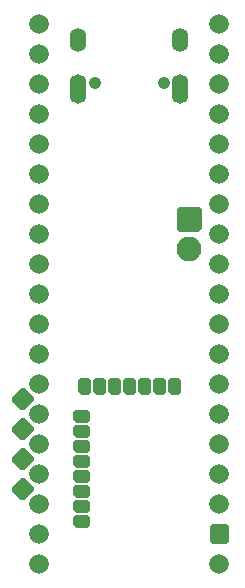
<source format=gbr>
G04 #@! TF.GenerationSoftware,KiCad,Pcbnew,(5.1.8)-1*
G04 #@! TF.CreationDate,2021-04-29T12:11:41+02:00*
G04 #@! TF.ProjectId,BlueMacro,426c7565-4d61-4637-926f-2e6b69636164,rev?*
G04 #@! TF.SameCoordinates,Original*
G04 #@! TF.FileFunction,Soldermask,Bot*
G04 #@! TF.FilePolarity,Negative*
%FSLAX46Y46*%
G04 Gerber Fmt 4.6, Leading zero omitted, Abs format (unit mm)*
G04 Created by KiCad (PCBNEW (5.1.8)-1) date 2021-04-29 12:11:41*
%MOMM*%
%LPD*%
G01*
G04 APERTURE LIST*
%ADD10C,1.670000*%
%ADD11O,2.100000X2.100000*%
%ADD12O,1.400000X2.000000*%
%ADD13O,1.400000X2.500000*%
%ADD14C,1.050000*%
G04 APERTURE END LIST*
D10*
X55880000Y-27940000D03*
X40640000Y-27940000D03*
X55880000Y-73660000D03*
X40640000Y-73660000D03*
X40640000Y-71120000D03*
X40640000Y-68580000D03*
X40640000Y-66040000D03*
X40640000Y-63500000D03*
X40640000Y-60960000D03*
X40640000Y-53340000D03*
X40640000Y-50800000D03*
X40640000Y-48260000D03*
X40640000Y-55880000D03*
X40640000Y-58420000D03*
G36*
G01*
X56505000Y-71945000D02*
X55255000Y-71945000D01*
G75*
G02*
X55055000Y-71745000I0J200000D01*
G01*
X55055000Y-70495000D01*
G75*
G02*
X55255000Y-70295000I200000J0D01*
G01*
X56505000Y-70295000D01*
G75*
G02*
X56705000Y-70495000I0J-200000D01*
G01*
X56705000Y-71745000D01*
G75*
G02*
X56505000Y-71945000I-200000J0D01*
G01*
G37*
X55880000Y-68580000D03*
X55880000Y-66040000D03*
X55880000Y-63500000D03*
X55880000Y-60960000D03*
X55880000Y-58420000D03*
X55880000Y-55880000D03*
X55880000Y-53340000D03*
X55880000Y-50800000D03*
X55880000Y-48260000D03*
X55880000Y-45720000D03*
X55880000Y-43180000D03*
X40640000Y-45720000D03*
X40640000Y-43180000D03*
X40640000Y-40640000D03*
X40640000Y-38100000D03*
X40640000Y-35560000D03*
X40640000Y-33020000D03*
X40640000Y-30480000D03*
X55880000Y-30480000D03*
X55880000Y-33020000D03*
X55880000Y-35560000D03*
X55880000Y-38100000D03*
X55880000Y-40640000D03*
G36*
G01*
X52290000Y-45300000D02*
X52290000Y-43600000D01*
G75*
G02*
X52490000Y-43400000I200000J0D01*
G01*
X54190000Y-43400000D01*
G75*
G02*
X54390000Y-43600000I0J-200000D01*
G01*
X54390000Y-45300000D01*
G75*
G02*
X54190000Y-45500000I-200000J0D01*
G01*
X52490000Y-45500000D01*
G75*
G02*
X52290000Y-45300000I0J200000D01*
G01*
G37*
D11*
X53340000Y-46990000D03*
D12*
X43940000Y-29270000D03*
X52580000Y-29270000D03*
D13*
X43940000Y-33450000D03*
X52580000Y-33450000D03*
D14*
X51150000Y-32920000D03*
X45370000Y-32920000D03*
G36*
G01*
X47758000Y-59107000D02*
X47758000Y-58107000D01*
G75*
G02*
X47958000Y-57907000I200000J0D01*
G01*
X48608000Y-57907000D01*
G75*
G02*
X48808000Y-58107000I0J-200000D01*
G01*
X48808000Y-59107000D01*
G75*
G02*
X48608000Y-59307000I-200000J0D01*
G01*
X47958000Y-59307000D01*
G75*
G02*
X47758000Y-59107000I0J200000D01*
G01*
G37*
G36*
G01*
X43948000Y-59107000D02*
X43948000Y-58107000D01*
G75*
G02*
X44148000Y-57907000I200000J0D01*
G01*
X44798000Y-57907000D01*
G75*
G02*
X44998000Y-58107000I0J-200000D01*
G01*
X44998000Y-59107000D01*
G75*
G02*
X44798000Y-59307000I-200000J0D01*
G01*
X44148000Y-59307000D01*
G75*
G02*
X43948000Y-59107000I0J200000D01*
G01*
G37*
G36*
G01*
X45218000Y-59107000D02*
X45218000Y-58107000D01*
G75*
G02*
X45418000Y-57907000I200000J0D01*
G01*
X46068000Y-57907000D01*
G75*
G02*
X46268000Y-58107000I0J-200000D01*
G01*
X46268000Y-59107000D01*
G75*
G02*
X46068000Y-59307000I-200000J0D01*
G01*
X45418000Y-59307000D01*
G75*
G02*
X45218000Y-59107000I0J200000D01*
G01*
G37*
G36*
G01*
X49028000Y-59107000D02*
X49028000Y-58107000D01*
G75*
G02*
X49228000Y-57907000I200000J0D01*
G01*
X49878000Y-57907000D01*
G75*
G02*
X50078000Y-58107000I0J-200000D01*
G01*
X50078000Y-59107000D01*
G75*
G02*
X49878000Y-59307000I-200000J0D01*
G01*
X49228000Y-59307000D01*
G75*
G02*
X49028000Y-59107000I0J200000D01*
G01*
G37*
G36*
G01*
X46488000Y-59107000D02*
X46488000Y-58107000D01*
G75*
G02*
X46688000Y-57907000I200000J0D01*
G01*
X47338000Y-57907000D01*
G75*
G02*
X47538000Y-58107000I0J-200000D01*
G01*
X47538000Y-59107000D01*
G75*
G02*
X47338000Y-59307000I-200000J0D01*
G01*
X46688000Y-59307000D01*
G75*
G02*
X46488000Y-59107000I0J200000D01*
G01*
G37*
G36*
G01*
X51568000Y-59107000D02*
X51568000Y-58107000D01*
G75*
G02*
X51768000Y-57907000I200000J0D01*
G01*
X52418000Y-57907000D01*
G75*
G02*
X52618000Y-58107000I0J-200000D01*
G01*
X52618000Y-59107000D01*
G75*
G02*
X52418000Y-59307000I-200000J0D01*
G01*
X51768000Y-59307000D01*
G75*
G02*
X51568000Y-59107000I0J200000D01*
G01*
G37*
G36*
G01*
X50298000Y-59107000D02*
X50298000Y-58107000D01*
G75*
G02*
X50498000Y-57907000I200000J0D01*
G01*
X51148000Y-57907000D01*
G75*
G02*
X51348000Y-58107000I0J-200000D01*
G01*
X51348000Y-59107000D01*
G75*
G02*
X51148000Y-59307000I-200000J0D01*
G01*
X50498000Y-59307000D01*
G75*
G02*
X50298000Y-59107000I0J200000D01*
G01*
G37*
G36*
G01*
X43719000Y-69512000D02*
X44719000Y-69512000D01*
G75*
G02*
X44919000Y-69712000I0J-200000D01*
G01*
X44919000Y-70362000D01*
G75*
G02*
X44719000Y-70562000I-200000J0D01*
G01*
X43719000Y-70562000D01*
G75*
G02*
X43519000Y-70362000I0J200000D01*
G01*
X43519000Y-69712000D01*
G75*
G02*
X43719000Y-69512000I200000J0D01*
G01*
G37*
G36*
G01*
X43719000Y-68242000D02*
X44719000Y-68242000D01*
G75*
G02*
X44919000Y-68442000I0J-200000D01*
G01*
X44919000Y-69092000D01*
G75*
G02*
X44719000Y-69292000I-200000J0D01*
G01*
X43719000Y-69292000D01*
G75*
G02*
X43519000Y-69092000I0J200000D01*
G01*
X43519000Y-68442000D01*
G75*
G02*
X43719000Y-68242000I200000J0D01*
G01*
G37*
G36*
G01*
X43719000Y-66972000D02*
X44719000Y-66972000D01*
G75*
G02*
X44919000Y-67172000I0J-200000D01*
G01*
X44919000Y-67822000D01*
G75*
G02*
X44719000Y-68022000I-200000J0D01*
G01*
X43719000Y-68022000D01*
G75*
G02*
X43519000Y-67822000I0J200000D01*
G01*
X43519000Y-67172000D01*
G75*
G02*
X43719000Y-66972000I200000J0D01*
G01*
G37*
G36*
G01*
X43719000Y-65702000D02*
X44719000Y-65702000D01*
G75*
G02*
X44919000Y-65902000I0J-200000D01*
G01*
X44919000Y-66552000D01*
G75*
G02*
X44719000Y-66752000I-200000J0D01*
G01*
X43719000Y-66752000D01*
G75*
G02*
X43519000Y-66552000I0J200000D01*
G01*
X43519000Y-65902000D01*
G75*
G02*
X43719000Y-65702000I200000J0D01*
G01*
G37*
G36*
G01*
X43719000Y-64432000D02*
X44719000Y-64432000D01*
G75*
G02*
X44919000Y-64632000I0J-200000D01*
G01*
X44919000Y-65282000D01*
G75*
G02*
X44719000Y-65482000I-200000J0D01*
G01*
X43719000Y-65482000D01*
G75*
G02*
X43519000Y-65282000I0J200000D01*
G01*
X43519000Y-64632000D01*
G75*
G02*
X43719000Y-64432000I200000J0D01*
G01*
G37*
G36*
G01*
X43719000Y-63162000D02*
X44719000Y-63162000D01*
G75*
G02*
X44919000Y-63362000I0J-200000D01*
G01*
X44919000Y-64012000D01*
G75*
G02*
X44719000Y-64212000I-200000J0D01*
G01*
X43719000Y-64212000D01*
G75*
G02*
X43519000Y-64012000I0J200000D01*
G01*
X43519000Y-63362000D01*
G75*
G02*
X43719000Y-63162000I200000J0D01*
G01*
G37*
G36*
G01*
X43719000Y-61892000D02*
X44719000Y-61892000D01*
G75*
G02*
X44919000Y-62092000I0J-200000D01*
G01*
X44919000Y-62742000D01*
G75*
G02*
X44719000Y-62942000I-200000J0D01*
G01*
X43719000Y-62942000D01*
G75*
G02*
X43519000Y-62742000I0J200000D01*
G01*
X43519000Y-62092000D01*
G75*
G02*
X43719000Y-61892000I200000J0D01*
G01*
G37*
G36*
G01*
X43719000Y-60622000D02*
X44719000Y-60622000D01*
G75*
G02*
X44919000Y-60822000I0J-200000D01*
G01*
X44919000Y-61472000D01*
G75*
G02*
X44719000Y-61672000I-200000J0D01*
G01*
X43719000Y-61672000D01*
G75*
G02*
X43519000Y-61472000I0J200000D01*
G01*
X43519000Y-60822000D01*
G75*
G02*
X43719000Y-60622000I200000J0D01*
G01*
G37*
G36*
G01*
X39101579Y-60609238D02*
X38323762Y-59831421D01*
G75*
G02*
X38323762Y-59548579I141421J141421D01*
G01*
X39101579Y-58770762D01*
G75*
G02*
X39384421Y-58770762I141421J-141421D01*
G01*
X40162238Y-59548579D01*
G75*
G02*
X40162238Y-59831421I-141421J-141421D01*
G01*
X39384421Y-60609238D01*
G75*
G02*
X39101579Y-60609238I-141421J141421D01*
G01*
G37*
G36*
G01*
X39101579Y-63149238D02*
X38323762Y-62371421D01*
G75*
G02*
X38323762Y-62088579I141421J141421D01*
G01*
X39101579Y-61310762D01*
G75*
G02*
X39384421Y-61310762I141421J-141421D01*
G01*
X40162238Y-62088579D01*
G75*
G02*
X40162238Y-62371421I-141421J-141421D01*
G01*
X39384421Y-63149238D01*
G75*
G02*
X39101579Y-63149238I-141421J141421D01*
G01*
G37*
G36*
G01*
X39101579Y-65689238D02*
X38323762Y-64911421D01*
G75*
G02*
X38323762Y-64628579I141421J141421D01*
G01*
X39101579Y-63850762D01*
G75*
G02*
X39384421Y-63850762I141421J-141421D01*
G01*
X40162238Y-64628579D01*
G75*
G02*
X40162238Y-64911421I-141421J-141421D01*
G01*
X39384421Y-65689238D01*
G75*
G02*
X39101579Y-65689238I-141421J141421D01*
G01*
G37*
G36*
G01*
X39101579Y-68229238D02*
X38323762Y-67451421D01*
G75*
G02*
X38323762Y-67168579I141421J141421D01*
G01*
X39101579Y-66390762D01*
G75*
G02*
X39384421Y-66390762I141421J-141421D01*
G01*
X40162238Y-67168579D01*
G75*
G02*
X40162238Y-67451421I-141421J-141421D01*
G01*
X39384421Y-68229238D01*
G75*
G02*
X39101579Y-68229238I-141421J141421D01*
G01*
G37*
M02*

</source>
